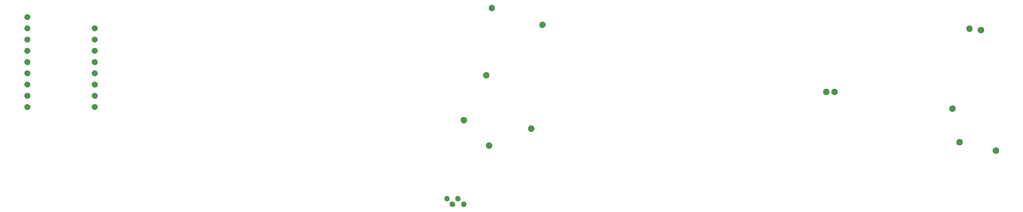
<source format=gbr>
%TF.GenerationSoftware,KiCad,Pcbnew,(5.1.6)-1*%
%TF.CreationDate,2020-06-18T21:59:59-04:00*%
%TF.ProjectId,Aligned mobo,416c6967-6e65-4642-906d-6f626f2e6b69,rev?*%
%TF.SameCoordinates,Original*%
%TF.FileFunction,Soldermask,Top*%
%TF.FilePolarity,Negative*%
%FSLAX46Y46*%
G04 Gerber Fmt 4.6, Leading zero omitted, Abs format (unit mm)*
G04 Created by KiCad (PCBNEW (5.1.6)-1) date 2020-06-18 21:59:59*
%MOMM*%
%LPD*%
G01*
G04 APERTURE LIST*
%ADD10C,0.010000*%
%ADD11C,1.238240*%
G04 APERTURE END LIST*
D10*
%TO.C,G\u002A\u002A\u002A*%
G36*
X1288447Y30877843D02*
G01*
X1345718Y30865418D01*
X1407396Y30841660D01*
X1431990Y30830635D01*
X1582931Y30739695D01*
X1704703Y30618828D01*
X1774435Y30511750D01*
X1801712Y30455362D01*
X1818527Y30402663D01*
X1827321Y30340358D01*
X1830536Y30255153D01*
X1830815Y30204833D01*
X1829036Y30100666D01*
X1822142Y30025513D01*
X1807985Y29966160D01*
X1784419Y29909394D01*
X1781989Y29904419D01*
X1691608Y29765900D01*
X1573802Y29654697D01*
X1435185Y29573809D01*
X1282373Y29526234D01*
X1121977Y29514972D01*
X975389Y29538700D01*
X844263Y29586619D01*
X737075Y29654217D01*
X645244Y29742330D01*
X559841Y29854555D01*
X506756Y29971379D01*
X481271Y30105498D01*
X477288Y30194250D01*
X479571Y30293590D01*
X490109Y30368796D01*
X512278Y30437783D01*
X531307Y30480966D01*
X612595Y30621142D01*
X712324Y30728957D01*
X829334Y30808193D01*
X896879Y30840943D01*
X962406Y30861236D01*
X1041777Y30872834D01*
X1125073Y30878341D01*
X1220070Y30881347D01*
X1288447Y30877843D01*
G37*
X1288447Y30877843D02*
X1345718Y30865418D01*
X1407396Y30841660D01*
X1431990Y30830635D01*
X1582931Y30739695D01*
X1704703Y30618828D01*
X1774435Y30511750D01*
X1801712Y30455362D01*
X1818527Y30402663D01*
X1827321Y30340358D01*
X1830536Y30255153D01*
X1830815Y30204833D01*
X1829036Y30100666D01*
X1822142Y30025513D01*
X1807985Y29966160D01*
X1784419Y29909394D01*
X1781989Y29904419D01*
X1691608Y29765900D01*
X1573802Y29654697D01*
X1435185Y29573809D01*
X1282373Y29526234D01*
X1121977Y29514972D01*
X975389Y29538700D01*
X844263Y29586619D01*
X737075Y29654217D01*
X645244Y29742330D01*
X559841Y29854555D01*
X506756Y29971379D01*
X481271Y30105498D01*
X477288Y30194250D01*
X479571Y30293590D01*
X490109Y30368796D01*
X512278Y30437783D01*
X531307Y30480966D01*
X612595Y30621142D01*
X712324Y30728957D01*
X829334Y30808193D01*
X896879Y30840943D01*
X962406Y30861236D01*
X1041777Y30872834D01*
X1125073Y30878341D01*
X1220070Y30881347D01*
X1288447Y30877843D01*
G36*
X-103818544Y28771827D02*
G01*
X-103709041Y28753406D01*
X-103689906Y28747401D01*
X-103556535Y28679712D01*
X-103445164Y28580911D01*
X-103359194Y28457912D01*
X-103302025Y28317632D01*
X-103277055Y28166984D01*
X-103287685Y28012886D01*
X-103301209Y27956765D01*
X-103350248Y27846400D01*
X-103428134Y27736467D01*
X-103523497Y27640607D01*
X-103619034Y27575458D01*
X-103691235Y27550491D01*
X-103789341Y27532249D01*
X-103897711Y27522047D01*
X-104000702Y27521200D01*
X-104082674Y27531022D01*
X-104097804Y27535219D01*
X-104241775Y27603143D01*
X-104360916Y27701026D01*
X-104452215Y27822587D01*
X-104512660Y27961550D01*
X-104539241Y28111636D01*
X-104528945Y28266567D01*
X-104499169Y28371945D01*
X-104429802Y28502057D01*
X-104329840Y28617270D01*
X-104210072Y28706054D01*
X-104165323Y28728816D01*
X-104065003Y28758816D01*
X-103943304Y28773391D01*
X-103818544Y28771827D01*
G37*
X-103818544Y28771827D02*
X-103709041Y28753406D01*
X-103689906Y28747401D01*
X-103556535Y28679712D01*
X-103445164Y28580911D01*
X-103359194Y28457912D01*
X-103302025Y28317632D01*
X-103277055Y28166984D01*
X-103287685Y28012886D01*
X-103301209Y27956765D01*
X-103350248Y27846400D01*
X-103428134Y27736467D01*
X-103523497Y27640607D01*
X-103619034Y27575458D01*
X-103691235Y27550491D01*
X-103789341Y27532249D01*
X-103897711Y27522047D01*
X-104000702Y27521200D01*
X-104082674Y27531022D01*
X-104097804Y27535219D01*
X-104241775Y27603143D01*
X-104360916Y27701026D01*
X-104452215Y27822587D01*
X-104512660Y27961550D01*
X-104539241Y28111636D01*
X-104528945Y28266567D01*
X-104499169Y28371945D01*
X-104429802Y28502057D01*
X-104329840Y28617270D01*
X-104210072Y28706054D01*
X-104165323Y28728816D01*
X-104065003Y28758816D01*
X-103943304Y28773391D01*
X-103818544Y28771827D01*
G36*
X12694431Y27081109D02*
G01*
X12765767Y27075169D01*
X12821530Y27062288D01*
X12875073Y27040026D01*
X12901933Y27026334D01*
X12996352Y26963807D01*
X13088783Y26880779D01*
X13167191Y26789601D01*
X13219542Y26702626D01*
X13221261Y26698607D01*
X13268857Y26535377D01*
X13278484Y26371933D01*
X13252372Y26214253D01*
X13192751Y26068314D01*
X13101852Y25940091D01*
X12981904Y25835563D01*
X12877671Y25777826D01*
X12772293Y25745661D01*
X12645989Y25728365D01*
X12517942Y25727264D01*
X12407334Y25743684D01*
X12402620Y25744984D01*
X12249196Y25809604D01*
X12119027Y25909194D01*
X12013694Y26042358D01*
X11967172Y26128866D01*
X11932693Y26239025D01*
X11916957Y26370931D01*
X11920483Y26508117D01*
X11943793Y26634119D01*
X11950531Y26655524D01*
X12000377Y26754793D01*
X12078636Y26856946D01*
X12174202Y26949692D01*
X12275967Y27020742D01*
X12284972Y27025611D01*
X12342351Y27053189D01*
X12395464Y27070181D01*
X12457722Y27079054D01*
X12542535Y27082280D01*
X12594167Y27082547D01*
X12694431Y27081109D01*
G37*
X12694431Y27081109D02*
X12765767Y27075169D01*
X12821530Y27062288D01*
X12875073Y27040026D01*
X12901933Y27026334D01*
X12996352Y26963807D01*
X13088783Y26880779D01*
X13167191Y26789601D01*
X13219542Y26702626D01*
X13221261Y26698607D01*
X13268857Y26535377D01*
X13278484Y26371933D01*
X13252372Y26214253D01*
X13192751Y26068314D01*
X13101852Y25940091D01*
X12981904Y25835563D01*
X12877671Y25777826D01*
X12772293Y25745661D01*
X12645989Y25728365D01*
X12517942Y25727264D01*
X12407334Y25743684D01*
X12402620Y25744984D01*
X12249196Y25809604D01*
X12119027Y25909194D01*
X12013694Y26042358D01*
X11967172Y26128866D01*
X11932693Y26239025D01*
X11916957Y26370931D01*
X11920483Y26508117D01*
X11943793Y26634119D01*
X11950531Y26655524D01*
X12000377Y26754793D01*
X12078636Y26856946D01*
X12174202Y26949692D01*
X12275967Y27020742D01*
X12284972Y27025611D01*
X12342351Y27053189D01*
X12395464Y27070181D01*
X12457722Y27079054D01*
X12542535Y27082280D01*
X12594167Y27082547D01*
X12694431Y27081109D01*
G36*
X-88500442Y26214553D02*
G01*
X-88354615Y26159859D01*
X-88231183Y26070224D01*
X-88132782Y25947240D01*
X-88102304Y25891693D01*
X-88057956Y25763674D01*
X-88039405Y25622041D01*
X-88046951Y25481311D01*
X-88080897Y25356004D01*
X-88090725Y25334387D01*
X-88166741Y25217085D01*
X-88268352Y25112190D01*
X-88381136Y25034584D01*
X-88381417Y25034438D01*
X-88452167Y25010081D01*
X-88549162Y24992240D01*
X-88656757Y24982202D01*
X-88759306Y24981255D01*
X-88841164Y24990688D01*
X-88857804Y24995219D01*
X-88998906Y25062724D01*
X-89122638Y25163969D01*
X-89220227Y25291242D01*
X-89243609Y25334387D01*
X-89282792Y25454942D01*
X-89295516Y25593782D01*
X-89282083Y25736386D01*
X-89242794Y25868236D01*
X-89232030Y25891693D01*
X-89144166Y26026292D01*
X-89029840Y26128507D01*
X-88891540Y26196838D01*
X-88731759Y26229783D01*
X-88666029Y26232712D01*
X-88500442Y26214553D01*
G37*
X-88500442Y26214553D02*
X-88354615Y26159859D01*
X-88231183Y26070224D01*
X-88132782Y25947240D01*
X-88102304Y25891693D01*
X-88057956Y25763674D01*
X-88039405Y25622041D01*
X-88046951Y25481311D01*
X-88080897Y25356004D01*
X-88090725Y25334387D01*
X-88166741Y25217085D01*
X-88268352Y25112190D01*
X-88381136Y25034584D01*
X-88381417Y25034438D01*
X-88452167Y25010081D01*
X-88549162Y24992240D01*
X-88656757Y24982202D01*
X-88759306Y24981255D01*
X-88841164Y24990688D01*
X-88857804Y24995219D01*
X-88998906Y25062724D01*
X-89122638Y25163969D01*
X-89220227Y25291242D01*
X-89243609Y25334387D01*
X-89282792Y25454942D01*
X-89295516Y25593782D01*
X-89282083Y25736386D01*
X-89242794Y25868236D01*
X-89232030Y25891693D01*
X-89144166Y26026292D01*
X-89029840Y26128507D01*
X-88891540Y26196838D01*
X-88731759Y26229783D01*
X-88666029Y26232712D01*
X-88500442Y26214553D01*
G36*
X-103740534Y26213491D02*
G01*
X-103594064Y26158399D01*
X-103470408Y26068778D01*
X-103372220Y25946226D01*
X-103342304Y25891693D01*
X-103297956Y25763674D01*
X-103279405Y25622041D01*
X-103286951Y25481311D01*
X-103320897Y25356004D01*
X-103330725Y25334387D01*
X-103406741Y25217085D01*
X-103508352Y25112190D01*
X-103621136Y25034584D01*
X-103621417Y25034438D01*
X-103692167Y25010081D01*
X-103789162Y24992240D01*
X-103896757Y24982202D01*
X-103999306Y24981255D01*
X-104081164Y24990688D01*
X-104097804Y24995219D01*
X-104241775Y25063143D01*
X-104360916Y25161026D01*
X-104452215Y25282587D01*
X-104512660Y25421550D01*
X-104539241Y25571636D01*
X-104528945Y25726567D01*
X-104499169Y25831945D01*
X-104423817Y25976364D01*
X-104319799Y26090877D01*
X-104190581Y26173138D01*
X-104039630Y26220802D01*
X-103907167Y26232453D01*
X-103740534Y26213491D01*
G37*
X-103740534Y26213491D02*
X-103594064Y26158399D01*
X-103470408Y26068778D01*
X-103372220Y25946226D01*
X-103342304Y25891693D01*
X-103297956Y25763674D01*
X-103279405Y25622041D01*
X-103286951Y25481311D01*
X-103320897Y25356004D01*
X-103330725Y25334387D01*
X-103406741Y25217085D01*
X-103508352Y25112190D01*
X-103621136Y25034584D01*
X-103621417Y25034438D01*
X-103692167Y25010081D01*
X-103789162Y24992240D01*
X-103896757Y24982202D01*
X-103999306Y24981255D01*
X-104081164Y24990688D01*
X-104097804Y24995219D01*
X-104241775Y25063143D01*
X-104360916Y25161026D01*
X-104452215Y25282587D01*
X-104512660Y25421550D01*
X-104539241Y25571636D01*
X-104528945Y25726567D01*
X-104499169Y25831945D01*
X-104423817Y25976364D01*
X-104319799Y26090877D01*
X-104190581Y26173138D01*
X-104039630Y26220802D01*
X-103907167Y26232453D01*
X-103740534Y26213491D01*
G36*
X109342270Y26205436D02*
G01*
X109477536Y26165757D01*
X109498565Y26156078D01*
X109637038Y26065002D01*
X109753587Y25940403D01*
X109817041Y25840162D01*
X109840332Y25790216D01*
X109854877Y25738420D01*
X109862594Y25672813D01*
X109865403Y25581429D01*
X109865583Y25537583D01*
X109864133Y25433306D01*
X109858501Y25359338D01*
X109846770Y25303716D01*
X109827019Y25254476D01*
X109817041Y25235005D01*
X109717576Y25087453D01*
X109596136Y24976059D01*
X109452908Y24900942D01*
X109288078Y24862219D01*
X109222935Y24857190D01*
X109136901Y24856314D01*
X109061270Y24859958D01*
X109011229Y24867342D01*
X109008333Y24868217D01*
X108860568Y24936578D01*
X108728136Y25035970D01*
X108620512Y25158057D01*
X108560447Y25262417D01*
X108525040Y25379055D01*
X108510624Y25514432D01*
X108517277Y25651816D01*
X108545075Y25774478D01*
X108557937Y25806765D01*
X108624634Y25918453D01*
X108716759Y26025147D01*
X108821750Y26114026D01*
X108908558Y26164588D01*
X109042272Y26205075D01*
X109192012Y26218616D01*
X109342270Y26205436D01*
G37*
X109342270Y26205436D02*
X109477536Y26165757D01*
X109498565Y26156078D01*
X109637038Y26065002D01*
X109753587Y25940403D01*
X109817041Y25840162D01*
X109840332Y25790216D01*
X109854877Y25738420D01*
X109862594Y25672813D01*
X109865403Y25581429D01*
X109865583Y25537583D01*
X109864133Y25433306D01*
X109858501Y25359338D01*
X109846770Y25303716D01*
X109827019Y25254476D01*
X109817041Y25235005D01*
X109717576Y25087453D01*
X109596136Y24976059D01*
X109452908Y24900942D01*
X109288078Y24862219D01*
X109222935Y24857190D01*
X109136901Y24856314D01*
X109061270Y24859958D01*
X109011229Y24867342D01*
X109008333Y24868217D01*
X108860568Y24936578D01*
X108728136Y25035970D01*
X108620512Y25158057D01*
X108560447Y25262417D01*
X108525040Y25379055D01*
X108510624Y25514432D01*
X108517277Y25651816D01*
X108545075Y25774478D01*
X108557937Y25806765D01*
X108624634Y25918453D01*
X108716759Y26025147D01*
X108821750Y26114026D01*
X108908558Y26164588D01*
X109042272Y26205075D01*
X109192012Y26218616D01*
X109342270Y26205436D01*
G36*
X111887125Y25896374D02*
G01*
X112044467Y25851228D01*
X112182674Y25768421D01*
X112300907Y25648363D01*
X112337985Y25596760D01*
X112409624Y25452811D01*
X112443813Y25299947D01*
X112442488Y25144772D01*
X112407585Y24993889D01*
X112341040Y24853902D01*
X112244791Y24731413D01*
X112120773Y24633025D01*
X112043504Y24592493D01*
X111958928Y24566039D01*
X111852613Y24547874D01*
X111741869Y24539641D01*
X111644010Y24542983D01*
X111601250Y24550532D01*
X111444337Y24612506D01*
X111306769Y24708347D01*
X111195925Y24832339D01*
X111157309Y24894727D01*
X111109097Y25019689D01*
X111084670Y25164453D01*
X111085151Y25313065D01*
X111111663Y25449570D01*
X111117121Y25465710D01*
X111189769Y25608160D01*
X111294449Y25727832D01*
X111424985Y25820178D01*
X111575201Y25880650D01*
X111711487Y25903449D01*
X111887125Y25896374D01*
G37*
X111887125Y25896374D02*
X112044467Y25851228D01*
X112182674Y25768421D01*
X112300907Y25648363D01*
X112337985Y25596760D01*
X112409624Y25452811D01*
X112443813Y25299947D01*
X112442488Y25144772D01*
X112407585Y24993889D01*
X112341040Y24853902D01*
X112244791Y24731413D01*
X112120773Y24633025D01*
X112043504Y24592493D01*
X111958928Y24566039D01*
X111852613Y24547874D01*
X111741869Y24539641D01*
X111644010Y24542983D01*
X111601250Y24550532D01*
X111444337Y24612506D01*
X111306769Y24708347D01*
X111195925Y24832339D01*
X111157309Y24894727D01*
X111109097Y25019689D01*
X111084670Y25164453D01*
X111085151Y25313065D01*
X111111663Y25449570D01*
X111117121Y25465710D01*
X111189769Y25608160D01*
X111294449Y25727832D01*
X111424985Y25820178D01*
X111575201Y25880650D01*
X111711487Y25903449D01*
X111887125Y25896374D01*
G36*
X-88507678Y23675673D02*
G01*
X-88361720Y23618734D01*
X-88235536Y23528424D01*
X-88135367Y23408499D01*
X-88106626Y23358309D01*
X-88072877Y23286293D01*
X-88053503Y23223590D01*
X-88044723Y23152695D01*
X-88042750Y23062580D01*
X-88053827Y22915877D01*
X-88090137Y22794408D01*
X-88156298Y22686429D01*
X-88217725Y22617688D01*
X-88313305Y22535199D01*
X-88411432Y22482346D01*
X-88525507Y22453561D01*
X-88635417Y22444190D01*
X-88723099Y22443292D01*
X-88800301Y22446702D01*
X-88852406Y22453697D01*
X-88857804Y22455219D01*
X-88998906Y22522724D01*
X-89122638Y22623969D01*
X-89220227Y22751242D01*
X-89243609Y22794387D01*
X-89270607Y22860537D01*
X-89285543Y22931640D01*
X-89291246Y23023503D01*
X-89291583Y23062580D01*
X-89289330Y23157244D01*
X-89280050Y23227205D01*
X-89259960Y23289968D01*
X-89227708Y23358309D01*
X-89138540Y23488067D01*
X-89021089Y23589574D01*
X-88881596Y23659076D01*
X-88726302Y23692817D01*
X-88667167Y23695487D01*
X-88507678Y23675673D01*
G37*
X-88507678Y23675673D02*
X-88361720Y23618734D01*
X-88235536Y23528424D01*
X-88135367Y23408499D01*
X-88106626Y23358309D01*
X-88072877Y23286293D01*
X-88053503Y23223590D01*
X-88044723Y23152695D01*
X-88042750Y23062580D01*
X-88053827Y22915877D01*
X-88090137Y22794408D01*
X-88156298Y22686429D01*
X-88217725Y22617688D01*
X-88313305Y22535199D01*
X-88411432Y22482346D01*
X-88525507Y22453561D01*
X-88635417Y22444190D01*
X-88723099Y22443292D01*
X-88800301Y22446702D01*
X-88852406Y22453697D01*
X-88857804Y22455219D01*
X-88998906Y22522724D01*
X-89122638Y22623969D01*
X-89220227Y22751242D01*
X-89243609Y22794387D01*
X-89270607Y22860537D01*
X-89285543Y22931640D01*
X-89291246Y23023503D01*
X-89291583Y23062580D01*
X-89289330Y23157244D01*
X-89280050Y23227205D01*
X-89259960Y23289968D01*
X-89227708Y23358309D01*
X-89138540Y23488067D01*
X-89021089Y23589574D01*
X-88881596Y23659076D01*
X-88726302Y23692817D01*
X-88667167Y23695487D01*
X-88507678Y23675673D01*
G36*
X-103801729Y23685847D02*
G01*
X-103665812Y23648996D01*
X-103540407Y23581930D01*
X-103431562Y23484300D01*
X-103346626Y23358309D01*
X-103312877Y23286293D01*
X-103293503Y23223590D01*
X-103284723Y23152695D01*
X-103282750Y23062580D01*
X-103293827Y22915877D01*
X-103330137Y22794408D01*
X-103396298Y22686429D01*
X-103457725Y22617688D01*
X-103553305Y22535199D01*
X-103651432Y22482346D01*
X-103765507Y22453561D01*
X-103875417Y22444190D01*
X-103963099Y22443292D01*
X-104040301Y22446702D01*
X-104092406Y22453697D01*
X-104097804Y22455219D01*
X-104241775Y22523143D01*
X-104360916Y22621026D01*
X-104452215Y22742587D01*
X-104512660Y22881550D01*
X-104539241Y23031636D01*
X-104528945Y23186567D01*
X-104499169Y23291945D01*
X-104427233Y23429069D01*
X-104329509Y23538068D01*
X-104212047Y23618594D01*
X-104080896Y23670298D01*
X-103942107Y23692832D01*
X-103801729Y23685847D01*
G37*
X-103801729Y23685847D02*
X-103665812Y23648996D01*
X-103540407Y23581930D01*
X-103431562Y23484300D01*
X-103346626Y23358309D01*
X-103312877Y23286293D01*
X-103293503Y23223590D01*
X-103284723Y23152695D01*
X-103282750Y23062580D01*
X-103293827Y22915877D01*
X-103330137Y22794408D01*
X-103396298Y22686429D01*
X-103457725Y22617688D01*
X-103553305Y22535199D01*
X-103651432Y22482346D01*
X-103765507Y22453561D01*
X-103875417Y22444190D01*
X-103963099Y22443292D01*
X-104040301Y22446702D01*
X-104092406Y22453697D01*
X-104097804Y22455219D01*
X-104241775Y22523143D01*
X-104360916Y22621026D01*
X-104452215Y22742587D01*
X-104512660Y22881550D01*
X-104539241Y23031636D01*
X-104528945Y23186567D01*
X-104499169Y23291945D01*
X-104427233Y23429069D01*
X-104329509Y23538068D01*
X-104212047Y23618594D01*
X-104080896Y23670298D01*
X-103942107Y23692832D01*
X-103801729Y23685847D01*
G36*
X-88507678Y21135673D02*
G01*
X-88361720Y21078734D01*
X-88235536Y20988424D01*
X-88135367Y20868499D01*
X-88106626Y20818309D01*
X-88072877Y20746293D01*
X-88053503Y20683590D01*
X-88044723Y20612695D01*
X-88042750Y20522580D01*
X-88054105Y20374706D01*
X-88091187Y20251743D01*
X-88158523Y20141962D01*
X-88213906Y20079003D01*
X-88311196Y19994931D01*
X-88415368Y19940917D01*
X-88538456Y19911970D01*
X-88635417Y19904190D01*
X-88723099Y19903292D01*
X-88800301Y19906702D01*
X-88852406Y19913697D01*
X-88857804Y19915219D01*
X-88998906Y19982724D01*
X-89122638Y20083969D01*
X-89220227Y20211242D01*
X-89243609Y20254387D01*
X-89270607Y20320537D01*
X-89285543Y20391640D01*
X-89291246Y20483503D01*
X-89291583Y20522580D01*
X-89289330Y20617244D01*
X-89280050Y20687205D01*
X-89259960Y20749968D01*
X-89227708Y20818309D01*
X-89138540Y20948067D01*
X-89021089Y21049574D01*
X-88881596Y21119076D01*
X-88726302Y21152817D01*
X-88667167Y21155487D01*
X-88507678Y21135673D01*
G37*
X-88507678Y21135673D02*
X-88361720Y21078734D01*
X-88235536Y20988424D01*
X-88135367Y20868499D01*
X-88106626Y20818309D01*
X-88072877Y20746293D01*
X-88053503Y20683590D01*
X-88044723Y20612695D01*
X-88042750Y20522580D01*
X-88054105Y20374706D01*
X-88091187Y20251743D01*
X-88158523Y20141962D01*
X-88213906Y20079003D01*
X-88311196Y19994931D01*
X-88415368Y19940917D01*
X-88538456Y19911970D01*
X-88635417Y19904190D01*
X-88723099Y19903292D01*
X-88800301Y19906702D01*
X-88852406Y19913697D01*
X-88857804Y19915219D01*
X-88998906Y19982724D01*
X-89122638Y20083969D01*
X-89220227Y20211242D01*
X-89243609Y20254387D01*
X-89270607Y20320537D01*
X-89285543Y20391640D01*
X-89291246Y20483503D01*
X-89291583Y20522580D01*
X-89289330Y20617244D01*
X-89280050Y20687205D01*
X-89259960Y20749968D01*
X-89227708Y20818309D01*
X-89138540Y20948067D01*
X-89021089Y21049574D01*
X-88881596Y21119076D01*
X-88726302Y21152817D01*
X-88667167Y21155487D01*
X-88507678Y21135673D01*
G36*
X-103724685Y21128938D02*
G01*
X-103592773Y21074187D01*
X-103475239Y20988993D01*
X-103378342Y20873356D01*
X-103346626Y20818309D01*
X-103312877Y20746293D01*
X-103293503Y20683590D01*
X-103284723Y20612695D01*
X-103282750Y20522580D01*
X-103293827Y20375877D01*
X-103330137Y20254408D01*
X-103396298Y20146429D01*
X-103457725Y20077688D01*
X-103548974Y19998114D01*
X-103642051Y19945914D01*
X-103749921Y19915780D01*
X-103885546Y19902406D01*
X-103886000Y19902386D01*
X-103981381Y19899988D01*
X-104049690Y19904271D01*
X-104105959Y19917509D01*
X-104165221Y19941977D01*
X-104173470Y19945882D01*
X-104306944Y20031971D01*
X-104418541Y20148984D01*
X-104483328Y20253806D01*
X-104510456Y20320099D01*
X-104525471Y20391001D01*
X-104531228Y20482402D01*
X-104531583Y20522453D01*
X-104529321Y20617133D01*
X-104520006Y20687146D01*
X-104499852Y20750031D01*
X-104467708Y20818182D01*
X-104380924Y20946074D01*
X-104270977Y21043527D01*
X-104144122Y21110541D01*
X-104006617Y21147114D01*
X-103864719Y21153247D01*
X-103724685Y21128938D01*
G37*
X-103724685Y21128938D02*
X-103592773Y21074187D01*
X-103475239Y20988993D01*
X-103378342Y20873356D01*
X-103346626Y20818309D01*
X-103312877Y20746293D01*
X-103293503Y20683590D01*
X-103284723Y20612695D01*
X-103282750Y20522580D01*
X-103293827Y20375877D01*
X-103330137Y20254408D01*
X-103396298Y20146429D01*
X-103457725Y20077688D01*
X-103548974Y19998114D01*
X-103642051Y19945914D01*
X-103749921Y19915780D01*
X-103885546Y19902406D01*
X-103886000Y19902386D01*
X-103981381Y19899988D01*
X-104049690Y19904271D01*
X-104105959Y19917509D01*
X-104165221Y19941977D01*
X-104173470Y19945882D01*
X-104306944Y20031971D01*
X-104418541Y20148984D01*
X-104483328Y20253806D01*
X-104510456Y20320099D01*
X-104525471Y20391001D01*
X-104531228Y20482402D01*
X-104531583Y20522453D01*
X-104529321Y20617133D01*
X-104520006Y20687146D01*
X-104499852Y20750031D01*
X-104467708Y20818182D01*
X-104380924Y20946074D01*
X-104270977Y21043527D01*
X-104144122Y21110541D01*
X-104006617Y21147114D01*
X-103864719Y21153247D01*
X-103724685Y21128938D01*
G36*
X-88506029Y18594045D02*
G01*
X-88359776Y18537483D01*
X-88233988Y18447293D01*
X-88134247Y18326816D01*
X-88106626Y18278309D01*
X-88072877Y18206293D01*
X-88053503Y18143590D01*
X-88044723Y18072695D01*
X-88042750Y17982580D01*
X-88053938Y17835466D01*
X-88090639Y17713128D01*
X-88157557Y17603473D01*
X-88216286Y17536552D01*
X-88334264Y17441267D01*
X-88469621Y17382325D01*
X-88626759Y17357973D01*
X-88667167Y17357080D01*
X-88772723Y17361528D01*
X-88855630Y17377249D01*
X-88933470Y17407162D01*
X-89065078Y17490634D01*
X-89175920Y17605484D01*
X-89243328Y17713806D01*
X-89270440Y17780045D01*
X-89285454Y17850879D01*
X-89291222Y17942182D01*
X-89291583Y17982580D01*
X-89289330Y18077244D01*
X-89280050Y18147205D01*
X-89259960Y18209968D01*
X-89227708Y18278309D01*
X-89138359Y18408561D01*
X-89021018Y18509689D01*
X-88881266Y18578353D01*
X-88724683Y18611216D01*
X-88667167Y18613641D01*
X-88506029Y18594045D01*
G37*
X-88506029Y18594045D02*
X-88359776Y18537483D01*
X-88233988Y18447293D01*
X-88134247Y18326816D01*
X-88106626Y18278309D01*
X-88072877Y18206293D01*
X-88053503Y18143590D01*
X-88044723Y18072695D01*
X-88042750Y17982580D01*
X-88053938Y17835466D01*
X-88090639Y17713128D01*
X-88157557Y17603473D01*
X-88216286Y17536552D01*
X-88334264Y17441267D01*
X-88469621Y17382325D01*
X-88626759Y17357973D01*
X-88667167Y17357080D01*
X-88772723Y17361528D01*
X-88855630Y17377249D01*
X-88933470Y17407162D01*
X-89065078Y17490634D01*
X-89175920Y17605484D01*
X-89243328Y17713806D01*
X-89270440Y17780045D01*
X-89285454Y17850879D01*
X-89291222Y17942182D01*
X-89291583Y17982580D01*
X-89289330Y18077244D01*
X-89280050Y18147205D01*
X-89259960Y18209968D01*
X-89227708Y18278309D01*
X-89138359Y18408561D01*
X-89021018Y18509689D01*
X-88881266Y18578353D01*
X-88724683Y18611216D01*
X-88667167Y18613641D01*
X-88506029Y18594045D01*
G36*
X-103718481Y18587163D02*
G01*
X-103585362Y18530857D01*
X-103467247Y18442755D01*
X-103382373Y18340878D01*
X-103311322Y18198324D01*
X-103278164Y18048542D01*
X-103281103Y17898025D01*
X-103318341Y17753263D01*
X-103388081Y17620748D01*
X-103488526Y17506972D01*
X-103617879Y17418426D01*
X-103640864Y17407162D01*
X-103720005Y17376875D01*
X-103803134Y17361371D01*
X-103907167Y17357080D01*
X-104012723Y17361528D01*
X-104095630Y17377249D01*
X-104173470Y17407162D01*
X-104305078Y17490634D01*
X-104415920Y17605484D01*
X-104483328Y17713806D01*
X-104510440Y17780045D01*
X-104525454Y17850879D01*
X-104531222Y17942182D01*
X-104531583Y17982580D01*
X-104529330Y18077244D01*
X-104520050Y18147205D01*
X-104499960Y18209968D01*
X-104467708Y18278309D01*
X-104381279Y18404896D01*
X-104270794Y18501938D01*
X-104142761Y18569061D01*
X-104003691Y18605890D01*
X-103860094Y18612049D01*
X-103718481Y18587163D01*
G37*
X-103718481Y18587163D02*
X-103585362Y18530857D01*
X-103467247Y18442755D01*
X-103382373Y18340878D01*
X-103311322Y18198324D01*
X-103278164Y18048542D01*
X-103281103Y17898025D01*
X-103318341Y17753263D01*
X-103388081Y17620748D01*
X-103488526Y17506972D01*
X-103617879Y17418426D01*
X-103640864Y17407162D01*
X-103720005Y17376875D01*
X-103803134Y17361371D01*
X-103907167Y17357080D01*
X-104012723Y17361528D01*
X-104095630Y17377249D01*
X-104173470Y17407162D01*
X-104305078Y17490634D01*
X-104415920Y17605484D01*
X-104483328Y17713806D01*
X-104510440Y17780045D01*
X-104525454Y17850879D01*
X-104531222Y17942182D01*
X-104531583Y17982580D01*
X-104529330Y18077244D01*
X-104520050Y18147205D01*
X-104499960Y18209968D01*
X-104467708Y18278309D01*
X-104381279Y18404896D01*
X-104270794Y18501938D01*
X-104142761Y18569061D01*
X-104003691Y18605890D01*
X-103860094Y18612049D01*
X-103718481Y18587163D01*
G36*
X-88551174Y16062649D02*
G01*
X-88413232Y16021647D01*
X-88287218Y15950402D01*
X-88179644Y15849289D01*
X-88106626Y15738309D01*
X-88072877Y15666293D01*
X-88053503Y15603590D01*
X-88044723Y15532695D01*
X-88042750Y15442580D01*
X-88055735Y15288041D01*
X-88097171Y15158302D01*
X-88170779Y15043801D01*
X-88218210Y14991868D01*
X-88336556Y14902049D01*
X-88476223Y14842466D01*
X-88627224Y14814861D01*
X-88779572Y14820974D01*
X-88923281Y14862548D01*
X-88933470Y14867162D01*
X-89067230Y14951123D01*
X-89172366Y15061342D01*
X-89247082Y15191325D01*
X-89289579Y15334582D01*
X-89298062Y15484622D01*
X-89270732Y15634952D01*
X-89205793Y15779081D01*
X-89191961Y15800878D01*
X-89092028Y15916720D01*
X-88971473Y16000444D01*
X-88836805Y16052423D01*
X-88694535Y16073033D01*
X-88551174Y16062649D01*
G37*
X-88551174Y16062649D02*
X-88413232Y16021647D01*
X-88287218Y15950402D01*
X-88179644Y15849289D01*
X-88106626Y15738309D01*
X-88072877Y15666293D01*
X-88053503Y15603590D01*
X-88044723Y15532695D01*
X-88042750Y15442580D01*
X-88055735Y15288041D01*
X-88097171Y15158302D01*
X-88170779Y15043801D01*
X-88218210Y14991868D01*
X-88336556Y14902049D01*
X-88476223Y14842466D01*
X-88627224Y14814861D01*
X-88779572Y14820974D01*
X-88923281Y14862548D01*
X-88933470Y14867162D01*
X-89067230Y14951123D01*
X-89172366Y15061342D01*
X-89247082Y15191325D01*
X-89289579Y15334582D01*
X-89298062Y15484622D01*
X-89270732Y15634952D01*
X-89205793Y15779081D01*
X-89191961Y15800878D01*
X-89092028Y15916720D01*
X-88971473Y16000444D01*
X-88836805Y16052423D01*
X-88694535Y16073033D01*
X-88551174Y16062649D01*
G36*
X-103718481Y16047163D02*
G01*
X-103585362Y15990857D01*
X-103467247Y15902755D01*
X-103382373Y15800878D01*
X-103311322Y15658324D01*
X-103278164Y15508542D01*
X-103281103Y15358025D01*
X-103318341Y15213263D01*
X-103388081Y15080748D01*
X-103488526Y14966972D01*
X-103617879Y14878426D01*
X-103640864Y14867162D01*
X-103770913Y14826767D01*
X-103916312Y14814486D01*
X-104060766Y14830312D01*
X-104173913Y14867367D01*
X-104314578Y14952685D01*
X-104420061Y15061423D01*
X-104490575Y15193926D01*
X-104526334Y15350536D01*
X-104531267Y15442580D01*
X-104529222Y15537006D01*
X-104520170Y15606676D01*
X-104500360Y15669044D01*
X-104467708Y15738309D01*
X-104381279Y15864896D01*
X-104270794Y15961938D01*
X-104142761Y16029061D01*
X-104003691Y16065890D01*
X-103860094Y16072049D01*
X-103718481Y16047163D01*
G37*
X-103718481Y16047163D02*
X-103585362Y15990857D01*
X-103467247Y15902755D01*
X-103382373Y15800878D01*
X-103311322Y15658324D01*
X-103278164Y15508542D01*
X-103281103Y15358025D01*
X-103318341Y15213263D01*
X-103388081Y15080748D01*
X-103488526Y14966972D01*
X-103617879Y14878426D01*
X-103640864Y14867162D01*
X-103770913Y14826767D01*
X-103916312Y14814486D01*
X-104060766Y14830312D01*
X-104173913Y14867367D01*
X-104314578Y14952685D01*
X-104420061Y15061423D01*
X-104490575Y15193926D01*
X-104526334Y15350536D01*
X-104531267Y15442580D01*
X-104529222Y15537006D01*
X-104520170Y15606676D01*
X-104500360Y15669044D01*
X-104467708Y15738309D01*
X-104381279Y15864896D01*
X-104270794Y15961938D01*
X-104142761Y16029061D01*
X-104003691Y16065890D01*
X-103860094Y16072049D01*
X-103718481Y16047163D01*
G36*
X33043Y15661118D02*
G01*
X166027Y15620213D01*
X171164Y15617868D01*
X316241Y15528055D01*
X434253Y15405729D01*
X502515Y15297501D01*
X531457Y15236955D01*
X548926Y15181257D01*
X557710Y15116006D01*
X560593Y15026797D01*
X560722Y14996583D01*
X559066Y14897488D01*
X551936Y14825481D01*
X536449Y14765399D01*
X509723Y14702077D01*
X501520Y14685128D01*
X412876Y14550119D01*
X296506Y14442491D01*
X158874Y14364667D01*
X6444Y14319069D01*
X-154317Y14308116D01*
X-316946Y14334232D01*
X-379676Y14355062D01*
X-496929Y14419064D01*
X-607467Y14514021D01*
X-699698Y14628838D01*
X-740280Y14700250D01*
X-778373Y14817113D01*
X-794929Y14954377D01*
X-789824Y15095927D01*
X-762934Y15225646D01*
X-744678Y15273695D01*
X-676326Y15386079D01*
X-579705Y15493217D01*
X-468121Y15581894D01*
X-391583Y15624412D01*
X-261570Y15663402D01*
X-114759Y15675576D01*
X33043Y15661118D01*
G37*
X33043Y15661118D02*
X166027Y15620213D01*
X171164Y15617868D01*
X316241Y15528055D01*
X434253Y15405729D01*
X502515Y15297501D01*
X531457Y15236955D01*
X548926Y15181257D01*
X557710Y15116006D01*
X560593Y15026797D01*
X560722Y14996583D01*
X559066Y14897488D01*
X551936Y14825481D01*
X536449Y14765399D01*
X509723Y14702077D01*
X501520Y14685128D01*
X412876Y14550119D01*
X296506Y14442491D01*
X158874Y14364667D01*
X6444Y14319069D01*
X-154317Y14308116D01*
X-316946Y14334232D01*
X-379676Y14355062D01*
X-496929Y14419064D01*
X-607467Y14514021D01*
X-699698Y14628838D01*
X-740280Y14700250D01*
X-778373Y14817113D01*
X-794929Y14954377D01*
X-789824Y15095927D01*
X-762934Y15225646D01*
X-744678Y15273695D01*
X-676326Y15386079D01*
X-579705Y15493217D01*
X-468121Y15581894D01*
X-391583Y15624412D01*
X-261570Y15663402D01*
X-114759Y15675576D01*
X33043Y15661118D01*
G36*
X-88505715Y13513255D02*
G01*
X-88371674Y13462147D01*
X-88253395Y13382833D01*
X-88155862Y13278673D01*
X-88084059Y13153026D01*
X-88042971Y13009251D01*
X-88037581Y12850708D01*
X-88037883Y12847288D01*
X-88072197Y12685183D01*
X-88142531Y12543776D01*
X-88246587Y12426361D01*
X-88382068Y12336235D01*
X-88400421Y12327367D01*
X-88479610Y12296997D01*
X-88562494Y12281432D01*
X-88667167Y12277080D01*
X-88772542Y12281505D01*
X-88855325Y12297171D01*
X-88933913Y12327367D01*
X-89067595Y12410316D01*
X-89171123Y12516644D01*
X-89244400Y12640329D01*
X-89287326Y12775347D01*
X-89299803Y12915676D01*
X-89281731Y13055292D01*
X-89233011Y13188171D01*
X-89153546Y13308292D01*
X-89043235Y13409630D01*
X-88952565Y13463753D01*
X-88801145Y13517417D01*
X-88650533Y13532798D01*
X-88505715Y13513255D01*
G37*
X-88505715Y13513255D02*
X-88371674Y13462147D01*
X-88253395Y13382833D01*
X-88155862Y13278673D01*
X-88084059Y13153026D01*
X-88042971Y13009251D01*
X-88037581Y12850708D01*
X-88037883Y12847288D01*
X-88072197Y12685183D01*
X-88142531Y12543776D01*
X-88246587Y12426361D01*
X-88382068Y12336235D01*
X-88400421Y12327367D01*
X-88479610Y12296997D01*
X-88562494Y12281432D01*
X-88667167Y12277080D01*
X-88772542Y12281505D01*
X-88855325Y12297171D01*
X-88933913Y12327367D01*
X-89067595Y12410316D01*
X-89171123Y12516644D01*
X-89244400Y12640329D01*
X-89287326Y12775347D01*
X-89299803Y12915676D01*
X-89281731Y13055292D01*
X-89233011Y13188171D01*
X-89153546Y13308292D01*
X-89043235Y13409630D01*
X-88952565Y13463753D01*
X-88801145Y13517417D01*
X-88650533Y13532798D01*
X-88505715Y13513255D01*
G36*
X-103736543Y13508729D02*
G01*
X-103606485Y13457978D01*
X-103489848Y13379488D01*
X-103392543Y13273835D01*
X-103320482Y13141600D01*
X-103300845Y13084149D01*
X-103275401Y12925750D01*
X-103288962Y12770679D01*
X-103338641Y12625366D01*
X-103421549Y12496238D01*
X-103534799Y12389723D01*
X-103640864Y12327162D01*
X-103770913Y12286767D01*
X-103916312Y12274486D01*
X-104060766Y12290312D01*
X-104173913Y12327367D01*
X-104314578Y12412685D01*
X-104420061Y12521423D01*
X-104490575Y12653926D01*
X-104526334Y12810536D01*
X-104531267Y12902580D01*
X-104529222Y12997006D01*
X-104520170Y13066676D01*
X-104500360Y13129044D01*
X-104467708Y13198309D01*
X-104381258Y13326143D01*
X-104272763Y13422767D01*
X-104148132Y13488759D01*
X-104013278Y13524698D01*
X-103874111Y13531162D01*
X-103736543Y13508729D01*
G37*
X-103736543Y13508729D02*
X-103606485Y13457978D01*
X-103489848Y13379488D01*
X-103392543Y13273835D01*
X-103320482Y13141600D01*
X-103300845Y13084149D01*
X-103275401Y12925750D01*
X-103288962Y12770679D01*
X-103338641Y12625366D01*
X-103421549Y12496238D01*
X-103534799Y12389723D01*
X-103640864Y12327162D01*
X-103770913Y12286767D01*
X-103916312Y12274486D01*
X-104060766Y12290312D01*
X-104173913Y12327367D01*
X-104314578Y12412685D01*
X-104420061Y12521423D01*
X-104490575Y12653926D01*
X-104526334Y12810536D01*
X-104531267Y12902580D01*
X-104529222Y12997006D01*
X-104520170Y13066676D01*
X-104500360Y13129044D01*
X-104467708Y13198309D01*
X-104381258Y13326143D01*
X-104272763Y13422767D01*
X-104148132Y13488759D01*
X-104013278Y13524698D01*
X-103874111Y13531162D01*
X-103736543Y13508729D01*
G36*
X76882209Y11924363D02*
G01*
X76958831Y11912952D01*
X77029606Y11889683D01*
X77069664Y11871947D01*
X77215273Y11781221D01*
X77332998Y11658642D01*
X77400317Y11551001D01*
X77429111Y11489670D01*
X77446511Y11432502D01*
X77455326Y11364980D01*
X77458363Y11272585D01*
X77458523Y11250083D01*
X77457044Y11149118D01*
X77449835Y11075991D01*
X77434423Y11016334D01*
X77408334Y10955779D01*
X77407609Y10954302D01*
X77324282Y10825888D01*
X77212847Y10713322D01*
X77086195Y10629491D01*
X77079373Y10626130D01*
X76958671Y10585781D01*
X76818578Y10567158D01*
X76676545Y10571132D01*
X76550023Y10598575D01*
X76547209Y10599569D01*
X76400570Y10672546D01*
X76280970Y10773469D01*
X76189884Y10896544D01*
X76128789Y11035973D01*
X76099161Y11185959D01*
X76102476Y11340707D01*
X76140210Y11494418D01*
X76213839Y11641297D01*
X76264402Y11710153D01*
X76321074Y11763340D01*
X76401282Y11819326D01*
X76470183Y11857670D01*
X76550698Y11894554D01*
X76617191Y11915657D01*
X76688511Y11925199D01*
X76781638Y11927400D01*
X76882209Y11924363D01*
G37*
X76882209Y11924363D02*
X76958831Y11912952D01*
X77029606Y11889683D01*
X77069664Y11871947D01*
X77215273Y11781221D01*
X77332998Y11658642D01*
X77400317Y11551001D01*
X77429111Y11489670D01*
X77446511Y11432502D01*
X77455326Y11364980D01*
X77458363Y11272585D01*
X77458523Y11250083D01*
X77457044Y11149118D01*
X77449835Y11075991D01*
X77434423Y11016334D01*
X77408334Y10955779D01*
X77407609Y10954302D01*
X77324282Y10825888D01*
X77212847Y10713322D01*
X77086195Y10629491D01*
X77079373Y10626130D01*
X76958671Y10585781D01*
X76818578Y10567158D01*
X76676545Y10571132D01*
X76550023Y10598575D01*
X76547209Y10599569D01*
X76400570Y10672546D01*
X76280970Y10773469D01*
X76189884Y10896544D01*
X76128789Y11035973D01*
X76099161Y11185959D01*
X76102476Y11340707D01*
X76140210Y11494418D01*
X76213839Y11641297D01*
X76264402Y11710153D01*
X76321074Y11763340D01*
X76401282Y11819326D01*
X76470183Y11857670D01*
X76550698Y11894554D01*
X76617191Y11915657D01*
X76688511Y11925199D01*
X76781638Y11927400D01*
X76882209Y11924363D01*
G36*
X78768701Y11916303D02*
G01*
X78925879Y11879476D01*
X79068209Y11810068D01*
X79186333Y11711310D01*
X79272624Y11603299D01*
X79327646Y11495170D01*
X79356414Y11373606D01*
X79364003Y11239500D01*
X79360779Y11131560D01*
X79349476Y11050604D01*
X79327650Y10981660D01*
X79318471Y10960615D01*
X79231173Y10819151D01*
X79114970Y10704507D01*
X78976176Y10620009D01*
X78821100Y10568982D01*
X78656057Y10554754D01*
X78564983Y10563547D01*
X78409809Y10608648D01*
X78274913Y10686903D01*
X78163426Y10792761D01*
X78078475Y10920673D01*
X78023190Y11065088D01*
X78000701Y11220456D01*
X78014135Y11381227D01*
X78044133Y11487414D01*
X78104445Y11603912D01*
X78192990Y11714204D01*
X78298917Y11807465D01*
X78411373Y11872867D01*
X78442322Y11884637D01*
X78604806Y11918655D01*
X78768701Y11916303D01*
G37*
X78768701Y11916303D02*
X78925879Y11879476D01*
X79068209Y11810068D01*
X79186333Y11711310D01*
X79272624Y11603299D01*
X79327646Y11495170D01*
X79356414Y11373606D01*
X79364003Y11239500D01*
X79360779Y11131560D01*
X79349476Y11050604D01*
X79327650Y10981660D01*
X79318471Y10960615D01*
X79231173Y10819151D01*
X79114970Y10704507D01*
X78976176Y10620009D01*
X78821100Y10568982D01*
X78656057Y10554754D01*
X78564983Y10563547D01*
X78409809Y10608648D01*
X78274913Y10686903D01*
X78163426Y10792761D01*
X78078475Y10920673D01*
X78023190Y11065088D01*
X78000701Y11220456D01*
X78014135Y11381227D01*
X78044133Y11487414D01*
X78104445Y11603912D01*
X78192990Y11714204D01*
X78298917Y11807465D01*
X78411373Y11872867D01*
X78442322Y11884637D01*
X78604806Y11918655D01*
X78768701Y11916303D01*
G36*
X-88507681Y10972701D02*
G01*
X-88373396Y10921976D01*
X-88254836Y10843089D01*
X-88156978Y10739379D01*
X-88084803Y10614186D01*
X-88043288Y10470849D01*
X-88037413Y10312708D01*
X-88037883Y10307288D01*
X-88072197Y10145183D01*
X-88142531Y10003776D01*
X-88246587Y9886361D01*
X-88382068Y9796235D01*
X-88400421Y9787367D01*
X-88479610Y9756997D01*
X-88562494Y9741432D01*
X-88667167Y9737080D01*
X-88772542Y9741505D01*
X-88855325Y9757171D01*
X-88933913Y9787367D01*
X-89067383Y9870182D01*
X-89170855Y9976379D01*
X-89244215Y10099933D01*
X-89287353Y10234818D01*
X-89300154Y10375009D01*
X-89282507Y10514478D01*
X-89234299Y10647201D01*
X-89155418Y10767151D01*
X-89045751Y10868302D01*
X-88955095Y10922507D01*
X-88803509Y10976306D01*
X-88652711Y10991924D01*
X-88507681Y10972701D01*
G37*
X-88507681Y10972701D02*
X-88373396Y10921976D01*
X-88254836Y10843089D01*
X-88156978Y10739379D01*
X-88084803Y10614186D01*
X-88043288Y10470849D01*
X-88037413Y10312708D01*
X-88037883Y10307288D01*
X-88072197Y10145183D01*
X-88142531Y10003776D01*
X-88246587Y9886361D01*
X-88382068Y9796235D01*
X-88400421Y9787367D01*
X-88479610Y9756997D01*
X-88562494Y9741432D01*
X-88667167Y9737080D01*
X-88772542Y9741505D01*
X-88855325Y9757171D01*
X-88933913Y9787367D01*
X-89067383Y9870182D01*
X-89170855Y9976379D01*
X-89244215Y10099933D01*
X-89287353Y10234818D01*
X-89300154Y10375009D01*
X-89282507Y10514478D01*
X-89234299Y10647201D01*
X-89155418Y10767151D01*
X-89045751Y10868302D01*
X-88955095Y10922507D01*
X-88803509Y10976306D01*
X-88652711Y10991924D01*
X-88507681Y10972701D01*
G36*
X-103746912Y10972852D02*
G01*
X-103612642Y10921909D01*
X-103494193Y10842667D01*
X-103396519Y10738465D01*
X-103324576Y10612642D01*
X-103283318Y10468535D01*
X-103277700Y10309483D01*
X-103278118Y10304699D01*
X-103312668Y10145171D01*
X-103383779Y10004050D01*
X-103488105Y9886114D01*
X-103622301Y9796136D01*
X-103640421Y9787367D01*
X-103719610Y9756997D01*
X-103802494Y9741432D01*
X-103907167Y9737080D01*
X-104012542Y9741505D01*
X-104095325Y9757171D01*
X-104173913Y9787367D01*
X-104307383Y9870182D01*
X-104410855Y9976379D01*
X-104484215Y10099933D01*
X-104527353Y10234818D01*
X-104540154Y10375009D01*
X-104522507Y10514478D01*
X-104474299Y10647201D01*
X-104395418Y10767151D01*
X-104285751Y10868302D01*
X-104195095Y10922507D01*
X-104043093Y10976490D01*
X-103892047Y10992159D01*
X-103746912Y10972852D01*
G37*
X-103746912Y10972852D02*
X-103612642Y10921909D01*
X-103494193Y10842667D01*
X-103396519Y10738465D01*
X-103324576Y10612642D01*
X-103283318Y10468535D01*
X-103277700Y10309483D01*
X-103278118Y10304699D01*
X-103312668Y10145171D01*
X-103383779Y10004050D01*
X-103488105Y9886114D01*
X-103622301Y9796136D01*
X-103640421Y9787367D01*
X-103719610Y9756997D01*
X-103802494Y9741432D01*
X-103907167Y9737080D01*
X-104012542Y9741505D01*
X-104095325Y9757171D01*
X-104173913Y9787367D01*
X-104307383Y9870182D01*
X-104410855Y9976379D01*
X-104484215Y10099933D01*
X-104527353Y10234818D01*
X-104540154Y10375009D01*
X-104522507Y10514478D01*
X-104474299Y10647201D01*
X-104395418Y10767151D01*
X-104285751Y10868302D01*
X-104195095Y10922507D01*
X-104043093Y10976490D01*
X-103892047Y10992159D01*
X-103746912Y10972852D01*
G36*
X-88503871Y8431324D02*
G01*
X-88366096Y8379016D01*
X-88244775Y8296598D01*
X-88145991Y8186576D01*
X-88075825Y8051457D01*
X-88063780Y8015101D01*
X-88035303Y7852641D01*
X-88045417Y7695928D01*
X-88091809Y7550582D01*
X-88172167Y7422219D01*
X-88284178Y7316458D01*
X-88373742Y7262055D01*
X-88520551Y7210065D01*
X-88675981Y7192897D01*
X-88828581Y7210848D01*
X-88933913Y7247367D01*
X-89067383Y7330182D01*
X-89170855Y7436379D01*
X-89244215Y7559933D01*
X-89287353Y7694818D01*
X-89300154Y7835009D01*
X-89282507Y7974478D01*
X-89234299Y8107201D01*
X-89155418Y8227151D01*
X-89045751Y8328302D01*
X-88955095Y8382507D01*
X-88804453Y8435576D01*
X-88652017Y8451013D01*
X-88503871Y8431324D01*
G37*
X-88503871Y8431324D02*
X-88366096Y8379016D01*
X-88244775Y8296598D01*
X-88145991Y8186576D01*
X-88075825Y8051457D01*
X-88063780Y8015101D01*
X-88035303Y7852641D01*
X-88045417Y7695928D01*
X-88091809Y7550582D01*
X-88172167Y7422219D01*
X-88284178Y7316458D01*
X-88373742Y7262055D01*
X-88520551Y7210065D01*
X-88675981Y7192897D01*
X-88828581Y7210848D01*
X-88933913Y7247367D01*
X-89067383Y7330182D01*
X-89170855Y7436379D01*
X-89244215Y7559933D01*
X-89287353Y7694818D01*
X-89300154Y7835009D01*
X-89282507Y7974478D01*
X-89234299Y8107201D01*
X-89155418Y8227151D01*
X-89045751Y8328302D01*
X-88955095Y8382507D01*
X-88804453Y8435576D01*
X-88652017Y8451013D01*
X-88503871Y8431324D01*
G36*
X-103747681Y8432701D02*
G01*
X-103613396Y8381976D01*
X-103494836Y8303089D01*
X-103396978Y8199379D01*
X-103324803Y8074186D01*
X-103283288Y7930849D01*
X-103277413Y7772708D01*
X-103277883Y7767288D01*
X-103292294Y7678616D01*
X-103316578Y7589293D01*
X-103330703Y7552207D01*
X-103409251Y7423930D01*
X-103516018Y7321719D01*
X-103644218Y7247837D01*
X-103787062Y7204550D01*
X-103937762Y7194121D01*
X-104089530Y7218815D01*
X-104200591Y7262055D01*
X-104329707Y7347798D01*
X-104428188Y7456559D01*
X-104496065Y7582169D01*
X-104533367Y7718460D01*
X-104540126Y7859264D01*
X-104516370Y7998414D01*
X-104462132Y8129740D01*
X-104377440Y8247076D01*
X-104262325Y8344253D01*
X-104195095Y8382507D01*
X-104043509Y8436306D01*
X-103892711Y8451924D01*
X-103747681Y8432701D01*
G37*
X-103747681Y8432701D02*
X-103613396Y8381976D01*
X-103494836Y8303089D01*
X-103396978Y8199379D01*
X-103324803Y8074186D01*
X-103283288Y7930849D01*
X-103277413Y7772708D01*
X-103277883Y7767288D01*
X-103292294Y7678616D01*
X-103316578Y7589293D01*
X-103330703Y7552207D01*
X-103409251Y7423930D01*
X-103516018Y7321719D01*
X-103644218Y7247837D01*
X-103787062Y7204550D01*
X-103937762Y7194121D01*
X-104089530Y7218815D01*
X-104200591Y7262055D01*
X-104329707Y7347798D01*
X-104428188Y7456559D01*
X-104496065Y7582169D01*
X-104533367Y7718460D01*
X-104540126Y7859264D01*
X-104516370Y7998414D01*
X-104462132Y8129740D01*
X-104377440Y8247076D01*
X-104262325Y8344253D01*
X-104195095Y8382507D01*
X-104043509Y8436306D01*
X-103892711Y8451924D01*
X-103747681Y8432701D01*
G36*
X105540869Y8113142D02*
G01*
X105687777Y8052967D01*
X105817921Y7962765D01*
X105923751Y7846387D01*
X105983574Y7742134D01*
X106024453Y7607462D01*
X106038144Y7457118D01*
X106024857Y7306472D01*
X105984798Y7170896D01*
X105975578Y7150935D01*
X105884678Y7012647D01*
X105761249Y6897256D01*
X105659662Y6833959D01*
X105583085Y6807345D01*
X105479894Y6788495D01*
X105365285Y6778549D01*
X105254455Y6778646D01*
X105162601Y6789927D01*
X105142553Y6795183D01*
X105087122Y6818811D01*
X105017001Y6857214D01*
X104973924Y6884435D01*
X104848529Y6991335D01*
X104757317Y7116115D01*
X104699169Y7253288D01*
X104672969Y7397364D01*
X104677601Y7542855D01*
X104711947Y7684272D01*
X104774890Y7816125D01*
X104865315Y7932928D01*
X104982103Y8029189D01*
X105124139Y8099422D01*
X105226955Y8128010D01*
X105384745Y8139440D01*
X105540869Y8113142D01*
G37*
X105540869Y8113142D02*
X105687777Y8052967D01*
X105817921Y7962765D01*
X105923751Y7846387D01*
X105983574Y7742134D01*
X106024453Y7607462D01*
X106038144Y7457118D01*
X106024857Y7306472D01*
X105984798Y7170896D01*
X105975578Y7150935D01*
X105884678Y7012647D01*
X105761249Y6897256D01*
X105659662Y6833959D01*
X105583085Y6807345D01*
X105479894Y6788495D01*
X105365285Y6778549D01*
X105254455Y6778646D01*
X105162601Y6789927D01*
X105142553Y6795183D01*
X105087122Y6818811D01*
X105017001Y6857214D01*
X104973924Y6884435D01*
X104848529Y6991335D01*
X104757317Y7116115D01*
X104699169Y7253288D01*
X104672969Y7397364D01*
X104677601Y7542855D01*
X104711947Y7684272D01*
X104774890Y7816125D01*
X104865315Y7932928D01*
X104982103Y8029189D01*
X105124139Y8099422D01*
X105226955Y8128010D01*
X105384745Y8139440D01*
X105540869Y8113142D01*
G36*
X-5080188Y5511906D02*
G01*
X-5011192Y5503047D01*
X-4947807Y5483036D01*
X-4871710Y5447590D01*
X-4856413Y5439833D01*
X-4720020Y5349958D01*
X-4616233Y5239930D01*
X-4543810Y5114848D01*
X-4501509Y4979810D01*
X-4488086Y4839912D01*
X-4502300Y4700254D01*
X-4542907Y4565932D01*
X-4608666Y4442044D01*
X-4698334Y4333689D01*
X-4810668Y4245964D01*
X-4944426Y4183967D01*
X-5098366Y4152795D01*
X-5170753Y4150141D01*
X-5260909Y4156130D01*
X-5350905Y4169916D01*
X-5397500Y4181469D01*
X-5530934Y4244237D01*
X-5651981Y4341969D01*
X-5752328Y4467496D01*
X-5776604Y4508500D01*
X-5814351Y4580826D01*
X-5836916Y4638744D01*
X-5848178Y4698506D01*
X-5852013Y4776361D01*
X-5852356Y4826000D01*
X-5850095Y4926153D01*
X-5840984Y5000516D01*
X-5821980Y5065462D01*
X-5797279Y5122333D01*
X-5705490Y5267452D01*
X-5582595Y5385236D01*
X-5461000Y5458596D01*
X-5388277Y5488918D01*
X-5318849Y5505930D01*
X-5235127Y5513012D01*
X-5173116Y5513900D01*
X-5080188Y5511906D01*
G37*
X-5080188Y5511906D02*
X-5011192Y5503047D01*
X-4947807Y5483036D01*
X-4871710Y5447590D01*
X-4856413Y5439833D01*
X-4720020Y5349958D01*
X-4616233Y5239930D01*
X-4543810Y5114848D01*
X-4501509Y4979810D01*
X-4488086Y4839912D01*
X-4502300Y4700254D01*
X-4542907Y4565932D01*
X-4608666Y4442044D01*
X-4698334Y4333689D01*
X-4810668Y4245964D01*
X-4944426Y4183967D01*
X-5098366Y4152795D01*
X-5170753Y4150141D01*
X-5260909Y4156130D01*
X-5350905Y4169916D01*
X-5397500Y4181469D01*
X-5530934Y4244237D01*
X-5651981Y4341969D01*
X-5752328Y4467496D01*
X-5776604Y4508500D01*
X-5814351Y4580826D01*
X-5836916Y4638744D01*
X-5848178Y4698506D01*
X-5852013Y4776361D01*
X-5852356Y4826000D01*
X-5850095Y4926153D01*
X-5840984Y5000516D01*
X-5821980Y5065462D01*
X-5797279Y5122333D01*
X-5705490Y5267452D01*
X-5582595Y5385236D01*
X-5461000Y5458596D01*
X-5388277Y5488918D01*
X-5318849Y5505930D01*
X-5235127Y5513012D01*
X-5173116Y5513900D01*
X-5080188Y5511906D01*
G36*
X10151962Y3606698D02*
G01*
X10223906Y3598253D01*
X10286358Y3580161D01*
X10354788Y3549642D01*
X10494399Y3458878D01*
X10605004Y3341098D01*
X10684209Y3202210D01*
X10729623Y3048121D01*
X10738853Y2884736D01*
X10709506Y2717962D01*
X10701695Y2693214D01*
X10645228Y2578142D01*
X10559027Y2466824D01*
X10454747Y2371911D01*
X10345634Y2306738D01*
X10232384Y2271516D01*
X10102657Y2252697D01*
X9973584Y2251448D01*
X9862299Y2268939D01*
X9849362Y2272869D01*
X9693201Y2344559D01*
X9564538Y2448426D01*
X9463569Y2584294D01*
X9429720Y2650304D01*
X9382510Y2801687D01*
X9372126Y2960339D01*
X9396872Y3117579D01*
X9455049Y3264726D01*
X9544959Y3393098D01*
X9582356Y3430833D01*
X9690400Y3517126D01*
X9798653Y3572184D01*
X9920421Y3601023D01*
X10054167Y3608710D01*
X10151962Y3606698D01*
G37*
X10151962Y3606698D02*
X10223906Y3598253D01*
X10286358Y3580161D01*
X10354788Y3549642D01*
X10494399Y3458878D01*
X10605004Y3341098D01*
X10684209Y3202210D01*
X10729623Y3048121D01*
X10738853Y2884736D01*
X10709506Y2717962D01*
X10701695Y2693214D01*
X10645228Y2578142D01*
X10559027Y2466824D01*
X10454747Y2371911D01*
X10345634Y2306738D01*
X10232384Y2271516D01*
X10102657Y2252697D01*
X9973584Y2251448D01*
X9862299Y2268939D01*
X9849362Y2272869D01*
X9693201Y2344559D01*
X9564538Y2448426D01*
X9463569Y2584294D01*
X9429720Y2650304D01*
X9382510Y2801687D01*
X9372126Y2960339D01*
X9396872Y3117579D01*
X9455049Y3264726D01*
X9544959Y3393098D01*
X9582356Y3430833D01*
X9690400Y3517126D01*
X9798653Y3572184D01*
X9920421Y3601023D01*
X10054167Y3608710D01*
X10151962Y3606698D01*
G36*
X107094938Y530164D02*
G01*
X107218480Y498375D01*
X107326870Y439839D01*
X107431769Y350011D01*
X107431974Y349807D01*
X107521865Y244903D01*
X107580457Y136531D01*
X107612292Y13030D01*
X107621916Y-137263D01*
X107621917Y-137583D01*
X107619882Y-239257D01*
X107612094Y-313150D01*
X107596025Y-373692D01*
X107570109Y-433364D01*
X107487026Y-561577D01*
X107376484Y-672903D01*
X107250856Y-755046D01*
X107242345Y-759138D01*
X107148652Y-790584D01*
X107033339Y-811403D01*
X106914151Y-819782D01*
X106808832Y-813907D01*
X106773938Y-806998D01*
X106691259Y-776609D01*
X106598829Y-729276D01*
X106511975Y-674030D01*
X106446021Y-619900D01*
X106433660Y-606499D01*
X106393334Y-551058D01*
X106348174Y-478196D01*
X106325016Y-436191D01*
X106296848Y-376341D01*
X106279910Y-320419D01*
X106271514Y-254111D01*
X106268970Y-163103D01*
X106268930Y-137583D01*
X106278845Y14120D01*
X106311138Y138871D01*
X106370211Y248047D01*
X106457797Y350359D01*
X106562548Y440056D01*
X106671017Y498513D01*
X106794801Y530241D01*
X106944583Y539750D01*
X107094938Y530164D01*
G37*
X107094938Y530164D02*
X107218480Y498375D01*
X107326870Y439839D01*
X107431769Y350011D01*
X107431974Y349807D01*
X107521865Y244903D01*
X107580457Y136531D01*
X107612292Y13030D01*
X107621916Y-137263D01*
X107621917Y-137583D01*
X107619882Y-239257D01*
X107612094Y-313150D01*
X107596025Y-373692D01*
X107570109Y-433364D01*
X107487026Y-561577D01*
X107376484Y-672903D01*
X107250856Y-755046D01*
X107242345Y-759138D01*
X107148652Y-790584D01*
X107033339Y-811403D01*
X106914151Y-819782D01*
X106808832Y-813907D01*
X106773938Y-806998D01*
X106691259Y-776609D01*
X106598829Y-729276D01*
X106511975Y-674030D01*
X106446021Y-619900D01*
X106433660Y-606499D01*
X106393334Y-551058D01*
X106348174Y-478196D01*
X106325016Y-436191D01*
X106296848Y-376341D01*
X106279910Y-320419D01*
X106271514Y-254111D01*
X106268970Y-163103D01*
X106268930Y-137583D01*
X106278845Y14120D01*
X106311138Y138871D01*
X106370211Y248047D01*
X106457797Y350359D01*
X106562548Y440056D01*
X106671017Y498513D01*
X106794801Y530241D01*
X106944583Y539750D01*
X107094938Y530164D01*
G36*
X629154Y-223974D02*
G01*
X700134Y-229742D01*
X755382Y-242408D01*
X808174Y-264396D01*
X836083Y-278731D01*
X977564Y-377383D01*
X1090819Y-507030D01*
X1154968Y-621177D01*
X1183104Y-687856D01*
X1199093Y-744881D01*
X1205344Y-807766D01*
X1204270Y-892024D01*
X1202674Y-928093D01*
X1195325Y-1029548D01*
X1182286Y-1104625D01*
X1159769Y-1169238D01*
X1132066Y-1224678D01*
X1037638Y-1355865D01*
X915675Y-1460318D01*
X773584Y-1534910D01*
X618770Y-1576515D01*
X458639Y-1582008D01*
X337620Y-1560016D01*
X187268Y-1497349D01*
X61881Y-1405383D01*
X-37006Y-1290035D01*
X-107861Y-1157224D01*
X-149147Y-1012867D01*
X-159332Y-862883D01*
X-136879Y-713187D01*
X-80255Y-569700D01*
X12074Y-438337D01*
X39338Y-409648D01*
X136241Y-325080D01*
X233217Y-268932D01*
X342281Y-236618D01*
X475446Y-223553D01*
X529167Y-222680D01*
X629154Y-223974D01*
G37*
X629154Y-223974D02*
X700134Y-229742D01*
X755382Y-242408D01*
X808174Y-264396D01*
X836083Y-278731D01*
X977564Y-377383D01*
X1090819Y-507030D01*
X1154968Y-621177D01*
X1183104Y-687856D01*
X1199093Y-744881D01*
X1205344Y-807766D01*
X1204270Y-892024D01*
X1202674Y-928093D01*
X1195325Y-1029548D01*
X1182286Y-1104625D01*
X1159769Y-1169238D01*
X1132066Y-1224678D01*
X1037638Y-1355865D01*
X915675Y-1460318D01*
X773584Y-1534910D01*
X618770Y-1576515D01*
X458639Y-1582008D01*
X337620Y-1560016D01*
X187268Y-1497349D01*
X61881Y-1405383D01*
X-37006Y-1290035D01*
X-107861Y-1157224D01*
X-149147Y-1012867D01*
X-159332Y-862883D01*
X-136879Y-713187D01*
X-80255Y-569700D01*
X12074Y-438337D01*
X39338Y-409648D01*
X136241Y-325080D01*
X233217Y-268932D01*
X342281Y-236618D01*
X475446Y-223553D01*
X529167Y-222680D01*
X629154Y-223974D01*
G36*
X115339844Y-1358582D02*
G01*
X115464167Y-1399984D01*
X115608545Y-1490662D01*
X115726092Y-1612748D01*
X115800446Y-1735667D01*
X115842155Y-1862335D01*
X115859413Y-2005284D01*
X115852132Y-2149356D01*
X115820228Y-2279391D01*
X115803738Y-2317750D01*
X115712577Y-2458138D01*
X115594432Y-2570153D01*
X115455644Y-2651297D01*
X115302553Y-2699074D01*
X115141499Y-2710986D01*
X114978822Y-2684538D01*
X114921380Y-2665259D01*
X114786582Y-2592456D01*
X114667586Y-2487750D01*
X114575422Y-2361298D01*
X114560480Y-2332872D01*
X114530702Y-2266596D01*
X114512838Y-2207115D01*
X114504008Y-2139265D01*
X114501327Y-2047881D01*
X114501278Y-2021417D01*
X114503041Y-1923225D01*
X114509949Y-1852898D01*
X114524786Y-1796032D01*
X114550340Y-1738225D01*
X114559484Y-1720499D01*
X114658115Y-1574683D01*
X114783700Y-1461488D01*
X114890836Y-1400132D01*
X115031962Y-1355454D01*
X115186515Y-1341603D01*
X115339844Y-1358582D01*
G37*
X115339844Y-1358582D02*
X115464167Y-1399984D01*
X115608545Y-1490662D01*
X115726092Y-1612748D01*
X115800446Y-1735667D01*
X115842155Y-1862335D01*
X115859413Y-2005284D01*
X115852132Y-2149356D01*
X115820228Y-2279391D01*
X115803738Y-2317750D01*
X115712577Y-2458138D01*
X115594432Y-2570153D01*
X115455644Y-2651297D01*
X115302553Y-2699074D01*
X115141499Y-2710986D01*
X114978822Y-2684538D01*
X114921380Y-2665259D01*
X114786582Y-2592456D01*
X114667586Y-2487750D01*
X114575422Y-2361298D01*
X114560480Y-2332872D01*
X114530702Y-2266596D01*
X114512838Y-2207115D01*
X114504008Y-2139265D01*
X114501327Y-2047881D01*
X114501278Y-2021417D01*
X114503041Y-1923225D01*
X114509949Y-1852898D01*
X114524786Y-1796032D01*
X114550340Y-1738225D01*
X114559484Y-1720499D01*
X114658115Y-1574683D01*
X114783700Y-1461488D01*
X114890836Y-1400132D01*
X115031962Y-1355454D01*
X115186515Y-1341603D01*
X115339844Y-1358582D01*
G36*
X-6341188Y-12404600D02*
G01*
X-6216110Y-12452213D01*
X-6105803Y-12529410D01*
X-6017443Y-12634767D01*
X-5978080Y-12710583D01*
X-5948822Y-12823193D01*
X-5943399Y-12950891D01*
X-5961359Y-13075008D01*
X-5988758Y-13152172D01*
X-6069600Y-13273346D01*
X-6177487Y-13366589D01*
X-6305009Y-13428373D01*
X-6444754Y-13455173D01*
X-6589312Y-13443459D01*
X-6596973Y-13441695D01*
X-6730818Y-13390270D01*
X-6840105Y-13309645D01*
X-6923048Y-13206308D01*
X-6977859Y-13086748D01*
X-7002753Y-12957450D01*
X-6995942Y-12824904D01*
X-6955639Y-12695597D01*
X-6880059Y-12576016D01*
X-6845730Y-12538449D01*
X-6733308Y-12453494D01*
X-6606961Y-12403817D01*
X-6473863Y-12387993D01*
X-6341188Y-12404600D01*
G37*
X-6341188Y-12404600D02*
X-6216110Y-12452213D01*
X-6105803Y-12529410D01*
X-6017443Y-12634767D01*
X-5978080Y-12710583D01*
X-5948822Y-12823193D01*
X-5943399Y-12950891D01*
X-5961359Y-13075008D01*
X-5988758Y-13152172D01*
X-6069600Y-13273346D01*
X-6177487Y-13366589D01*
X-6305009Y-13428373D01*
X-6444754Y-13455173D01*
X-6589312Y-13443459D01*
X-6596973Y-13441695D01*
X-6730818Y-13390270D01*
X-6840105Y-13309645D01*
X-6923048Y-13206308D01*
X-6977859Y-13086748D01*
X-7002753Y-12957450D01*
X-6995942Y-12824904D01*
X-6955639Y-12695597D01*
X-6880059Y-12576016D01*
X-6845730Y-12538449D01*
X-6733308Y-12453494D01*
X-6606961Y-12403817D01*
X-6473863Y-12387993D01*
X-6341188Y-12404600D01*
G36*
X-8843669Y-12423454D02*
G01*
X-8710640Y-12478437D01*
X-8600567Y-12567162D01*
X-8517271Y-12687243D01*
X-8506271Y-12710113D01*
X-8477536Y-12809741D01*
X-8467516Y-12928514D01*
X-8476212Y-13047831D01*
X-8503623Y-13149092D01*
X-8506270Y-13155083D01*
X-8557469Y-13236423D01*
X-8631641Y-13317371D01*
X-8716131Y-13386433D01*
X-8798282Y-13432115D01*
X-8818992Y-13439108D01*
X-8926485Y-13456472D01*
X-9047799Y-13457211D01*
X-9159691Y-13441627D01*
X-9186333Y-13434327D01*
X-9256135Y-13398046D01*
X-9333812Y-13336043D01*
X-9408132Y-13259841D01*
X-9467859Y-13180961D01*
X-9501762Y-13110926D01*
X-9501815Y-13110740D01*
X-9526583Y-12954753D01*
X-9514346Y-12809479D01*
X-9468398Y-12679519D01*
X-9392038Y-12569474D01*
X-9288562Y-12483944D01*
X-9161266Y-12427532D01*
X-9013448Y-12404837D01*
X-8995833Y-12404596D01*
X-8843669Y-12423454D01*
G37*
X-8843669Y-12423454D02*
X-8710640Y-12478437D01*
X-8600567Y-12567162D01*
X-8517271Y-12687243D01*
X-8506271Y-12710113D01*
X-8477536Y-12809741D01*
X-8467516Y-12928514D01*
X-8476212Y-13047831D01*
X-8503623Y-13149092D01*
X-8506270Y-13155083D01*
X-8557469Y-13236423D01*
X-8631641Y-13317371D01*
X-8716131Y-13386433D01*
X-8798282Y-13432115D01*
X-8818992Y-13439108D01*
X-8926485Y-13456472D01*
X-9047799Y-13457211D01*
X-9159691Y-13441627D01*
X-9186333Y-13434327D01*
X-9256135Y-13398046D01*
X-9333812Y-13336043D01*
X-9408132Y-13259841D01*
X-9467859Y-13180961D01*
X-9501762Y-13110926D01*
X-9501815Y-13110740D01*
X-9526583Y-12954753D01*
X-9514346Y-12809479D01*
X-9468398Y-12679519D01*
X-9392038Y-12569474D01*
X-9288562Y-12483944D01*
X-9161266Y-12427532D01*
X-9013448Y-12404837D01*
X-8995833Y-12404596D01*
X-8843669Y-12423454D01*
G36*
X-5082113Y-13670184D02*
G01*
X-4965739Y-13711383D01*
X-4861467Y-13777875D01*
X-4774235Y-13866633D01*
X-4708981Y-13974633D01*
X-4670644Y-14098849D01*
X-4664162Y-14236257D01*
X-4686949Y-14359667D01*
X-4743770Y-14483929D01*
X-4831627Y-14587544D01*
X-4942759Y-14666283D01*
X-5069405Y-14715919D01*
X-5203803Y-14732224D01*
X-5334137Y-14712223D01*
X-5470721Y-14651295D01*
X-5580212Y-14563660D01*
X-5660967Y-14455539D01*
X-5711347Y-14333151D01*
X-5729710Y-14202716D01*
X-5714414Y-14070456D01*
X-5663819Y-13942589D01*
X-5576284Y-13825335D01*
X-5569857Y-13818809D01*
X-5454460Y-13728589D01*
X-5331412Y-13675762D01*
X-5205650Y-13657302D01*
X-5082113Y-13670184D01*
G37*
X-5082113Y-13670184D02*
X-4965739Y-13711383D01*
X-4861467Y-13777875D01*
X-4774235Y-13866633D01*
X-4708981Y-13974633D01*
X-4670644Y-14098849D01*
X-4664162Y-14236257D01*
X-4686949Y-14359667D01*
X-4743770Y-14483929D01*
X-4831627Y-14587544D01*
X-4942759Y-14666283D01*
X-5069405Y-14715919D01*
X-5203803Y-14732224D01*
X-5334137Y-14712223D01*
X-5470721Y-14651295D01*
X-5580212Y-14563660D01*
X-5660967Y-14455539D01*
X-5711347Y-14333151D01*
X-5729710Y-14202716D01*
X-5714414Y-14070456D01*
X-5663819Y-13942589D01*
X-5576284Y-13825335D01*
X-5569857Y-13818809D01*
X-5454460Y-13728589D01*
X-5331412Y-13675762D01*
X-5205650Y-13657302D01*
X-5082113Y-13670184D01*
G36*
X-7573673Y-13698312D02*
G01*
X-7453267Y-13754326D01*
X-7349328Y-13838042D01*
X-7268524Y-13947239D01*
X-7217527Y-14079691D01*
X-7216092Y-14085929D01*
X-7203125Y-14229728D01*
X-7226926Y-14363132D01*
X-7282414Y-14482131D01*
X-7364508Y-14582713D01*
X-7468126Y-14660868D01*
X-7588189Y-14712585D01*
X-7719614Y-14733854D01*
X-7857321Y-14720664D01*
X-7970750Y-14681607D01*
X-8089425Y-14605061D01*
X-8179146Y-14503839D01*
X-8238992Y-14384986D01*
X-8268043Y-14255546D01*
X-8265376Y-14122564D01*
X-8230072Y-13993087D01*
X-8161209Y-13874158D01*
X-8086557Y-13795756D01*
X-7966988Y-13718723D01*
X-7837204Y-13678287D01*
X-7703875Y-13672224D01*
X-7573673Y-13698312D01*
G37*
X-7573673Y-13698312D02*
X-7453267Y-13754326D01*
X-7349328Y-13838042D01*
X-7268524Y-13947239D01*
X-7217527Y-14079691D01*
X-7216092Y-14085929D01*
X-7203125Y-14229728D01*
X-7226926Y-14363132D01*
X-7282414Y-14482131D01*
X-7364508Y-14582713D01*
X-7468126Y-14660868D01*
X-7588189Y-14712585D01*
X-7719614Y-14733854D01*
X-7857321Y-14720664D01*
X-7970750Y-14681607D01*
X-8089425Y-14605061D01*
X-8179146Y-14503839D01*
X-8238992Y-14384986D01*
X-8268043Y-14255546D01*
X-8265376Y-14122564D01*
X-8230072Y-13993087D01*
X-8161209Y-13874158D01*
X-8086557Y-13795756D01*
X-7966988Y-13718723D01*
X-7837204Y-13678287D01*
X-7703875Y-13672224D01*
X-7573673Y-13698312D01*
%TD*%
D11*
%TO.C,*%
X-8994824Y-12919127D03*
%TD*%
%TO.C,*%
X-6470914Y-12908583D03*
%TD*%
%TO.C,*%
X-5193644Y-14182245D03*
%TD*%
%TO.C,*%
X-7737504Y-14188284D03*
%TD*%
%TO.C,*%
X526186Y-885164D03*
%TD*%
%TO.C,*%
X-5172984Y4843538D03*
%TD*%
%TO.C,*%
X-114514Y15000065D03*
%TD*%
%TO.C,*%
X10054706Y2941377D03*
%TD*%
%TO.C,*%
X12594856Y26414758D03*
%TD*%
%TO.C,*%
X1157936Y30207547D03*
%TD*%
%TO.C,*%
X76778506Y11256563D03*
%TD*%
%TO.C,*%
X78682806Y11248211D03*
%TD*%
%TO.C,*%
X105352576Y7462797D03*
%TD*%
%TO.C,*%
X106941256Y-126257D03*
%TD*%
%TO.C,*%
X111757386Y25230587D03*
%TD*%
%TO.C,*%
X109190346Y25543697D03*
%TD*%
%TO.C,*%
X115173126Y-2014849D03*
%TD*%
M02*

</source>
